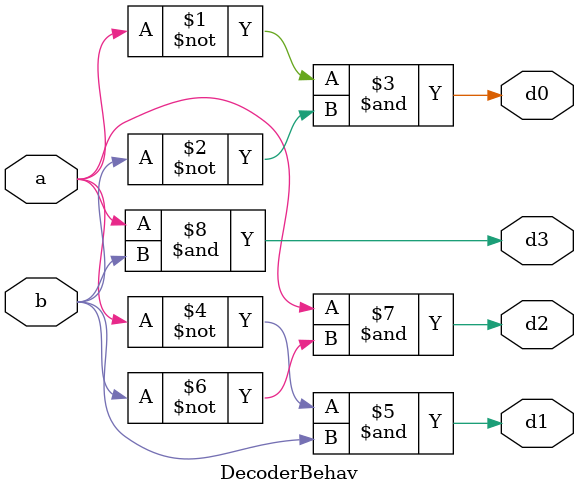
<source format=sv>
`timescale 1ns / 1ps

module DecoderBehav( input logic a,b, output logic d0,d1,d2,d3  );

	assign d0 = ~a & ~b;
	assign d1 = ~a & b;
	assign d2 = a & ~b; 
	assign d3 = a & b;

endmodule
</source>
